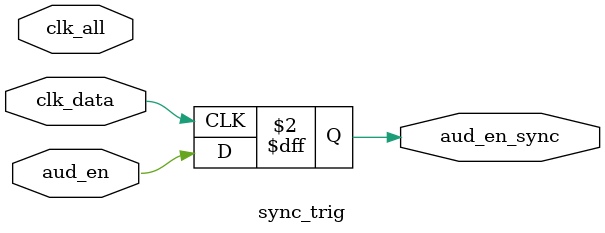
<source format=sv>
module sync_trig(
	input clk_all,
	input clk_data,
	input aud_en,
	output logic aud_en_sync 
);



always@(posedge clk_data) begin
	aud_en_sync<=aud_en;
end


endmodule
</source>
